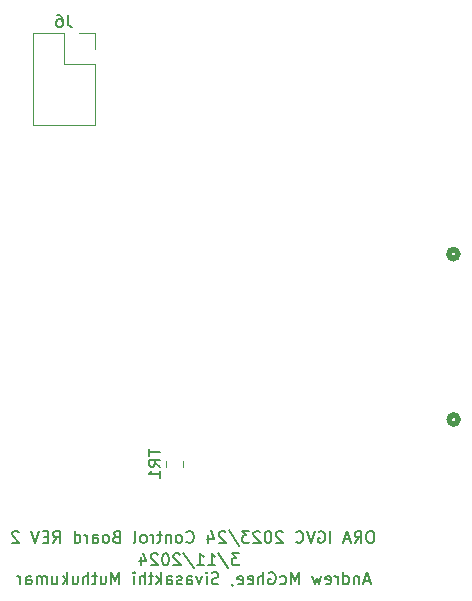
<source format=gbr>
%TF.GenerationSoftware,KiCad,Pcbnew,8.0.0*%
%TF.CreationDate,2024-03-12T01:14:06-04:00*%
%TF.ProjectId,ORA_ControlBoard-main_Rev2,4f52415f-436f-46e7-9472-6f6c426f6172,rev?*%
%TF.SameCoordinates,Original*%
%TF.FileFunction,Legend,Bot*%
%TF.FilePolarity,Positive*%
%FSLAX46Y46*%
G04 Gerber Fmt 4.6, Leading zero omitted, Abs format (unit mm)*
G04 Created by KiCad (PCBNEW 8.0.0) date 2024-03-12 01:14:06*
%MOMM*%
%LPD*%
G01*
G04 APERTURE LIST*
%ADD10C,0.150000*%
%ADD11C,0.508000*%
%ADD12C,0.120000*%
G04 APERTURE END LIST*
D10*
X178472744Y-94469819D02*
X178282268Y-94469819D01*
X178282268Y-94469819D02*
X178187030Y-94517438D01*
X178187030Y-94517438D02*
X178091792Y-94612676D01*
X178091792Y-94612676D02*
X178044173Y-94803152D01*
X178044173Y-94803152D02*
X178044173Y-95136485D01*
X178044173Y-95136485D02*
X178091792Y-95326961D01*
X178091792Y-95326961D02*
X178187030Y-95422200D01*
X178187030Y-95422200D02*
X178282268Y-95469819D01*
X178282268Y-95469819D02*
X178472744Y-95469819D01*
X178472744Y-95469819D02*
X178567982Y-95422200D01*
X178567982Y-95422200D02*
X178663220Y-95326961D01*
X178663220Y-95326961D02*
X178710839Y-95136485D01*
X178710839Y-95136485D02*
X178710839Y-94803152D01*
X178710839Y-94803152D02*
X178663220Y-94612676D01*
X178663220Y-94612676D02*
X178567982Y-94517438D01*
X178567982Y-94517438D02*
X178472744Y-94469819D01*
X177044173Y-95469819D02*
X177377506Y-94993628D01*
X177615601Y-95469819D02*
X177615601Y-94469819D01*
X177615601Y-94469819D02*
X177234649Y-94469819D01*
X177234649Y-94469819D02*
X177139411Y-94517438D01*
X177139411Y-94517438D02*
X177091792Y-94565057D01*
X177091792Y-94565057D02*
X177044173Y-94660295D01*
X177044173Y-94660295D02*
X177044173Y-94803152D01*
X177044173Y-94803152D02*
X177091792Y-94898390D01*
X177091792Y-94898390D02*
X177139411Y-94946009D01*
X177139411Y-94946009D02*
X177234649Y-94993628D01*
X177234649Y-94993628D02*
X177615601Y-94993628D01*
X176663220Y-95184104D02*
X176187030Y-95184104D01*
X176758458Y-95469819D02*
X176425125Y-94469819D01*
X176425125Y-94469819D02*
X176091792Y-95469819D01*
X174996553Y-95469819D02*
X174996553Y-94469819D01*
X173996554Y-94517438D02*
X174091792Y-94469819D01*
X174091792Y-94469819D02*
X174234649Y-94469819D01*
X174234649Y-94469819D02*
X174377506Y-94517438D01*
X174377506Y-94517438D02*
X174472744Y-94612676D01*
X174472744Y-94612676D02*
X174520363Y-94707914D01*
X174520363Y-94707914D02*
X174567982Y-94898390D01*
X174567982Y-94898390D02*
X174567982Y-95041247D01*
X174567982Y-95041247D02*
X174520363Y-95231723D01*
X174520363Y-95231723D02*
X174472744Y-95326961D01*
X174472744Y-95326961D02*
X174377506Y-95422200D01*
X174377506Y-95422200D02*
X174234649Y-95469819D01*
X174234649Y-95469819D02*
X174139411Y-95469819D01*
X174139411Y-95469819D02*
X173996554Y-95422200D01*
X173996554Y-95422200D02*
X173948935Y-95374580D01*
X173948935Y-95374580D02*
X173948935Y-95041247D01*
X173948935Y-95041247D02*
X174139411Y-95041247D01*
X173663220Y-94469819D02*
X173329887Y-95469819D01*
X173329887Y-95469819D02*
X172996554Y-94469819D01*
X172091792Y-95374580D02*
X172139411Y-95422200D01*
X172139411Y-95422200D02*
X172282268Y-95469819D01*
X172282268Y-95469819D02*
X172377506Y-95469819D01*
X172377506Y-95469819D02*
X172520363Y-95422200D01*
X172520363Y-95422200D02*
X172615601Y-95326961D01*
X172615601Y-95326961D02*
X172663220Y-95231723D01*
X172663220Y-95231723D02*
X172710839Y-95041247D01*
X172710839Y-95041247D02*
X172710839Y-94898390D01*
X172710839Y-94898390D02*
X172663220Y-94707914D01*
X172663220Y-94707914D02*
X172615601Y-94612676D01*
X172615601Y-94612676D02*
X172520363Y-94517438D01*
X172520363Y-94517438D02*
X172377506Y-94469819D01*
X172377506Y-94469819D02*
X172282268Y-94469819D01*
X172282268Y-94469819D02*
X172139411Y-94517438D01*
X172139411Y-94517438D02*
X172091792Y-94565057D01*
X170948934Y-94565057D02*
X170901315Y-94517438D01*
X170901315Y-94517438D02*
X170806077Y-94469819D01*
X170806077Y-94469819D02*
X170567982Y-94469819D01*
X170567982Y-94469819D02*
X170472744Y-94517438D01*
X170472744Y-94517438D02*
X170425125Y-94565057D01*
X170425125Y-94565057D02*
X170377506Y-94660295D01*
X170377506Y-94660295D02*
X170377506Y-94755533D01*
X170377506Y-94755533D02*
X170425125Y-94898390D01*
X170425125Y-94898390D02*
X170996553Y-95469819D01*
X170996553Y-95469819D02*
X170377506Y-95469819D01*
X169758458Y-94469819D02*
X169663220Y-94469819D01*
X169663220Y-94469819D02*
X169567982Y-94517438D01*
X169567982Y-94517438D02*
X169520363Y-94565057D01*
X169520363Y-94565057D02*
X169472744Y-94660295D01*
X169472744Y-94660295D02*
X169425125Y-94850771D01*
X169425125Y-94850771D02*
X169425125Y-95088866D01*
X169425125Y-95088866D02*
X169472744Y-95279342D01*
X169472744Y-95279342D02*
X169520363Y-95374580D01*
X169520363Y-95374580D02*
X169567982Y-95422200D01*
X169567982Y-95422200D02*
X169663220Y-95469819D01*
X169663220Y-95469819D02*
X169758458Y-95469819D01*
X169758458Y-95469819D02*
X169853696Y-95422200D01*
X169853696Y-95422200D02*
X169901315Y-95374580D01*
X169901315Y-95374580D02*
X169948934Y-95279342D01*
X169948934Y-95279342D02*
X169996553Y-95088866D01*
X169996553Y-95088866D02*
X169996553Y-94850771D01*
X169996553Y-94850771D02*
X169948934Y-94660295D01*
X169948934Y-94660295D02*
X169901315Y-94565057D01*
X169901315Y-94565057D02*
X169853696Y-94517438D01*
X169853696Y-94517438D02*
X169758458Y-94469819D01*
X169044172Y-94565057D02*
X168996553Y-94517438D01*
X168996553Y-94517438D02*
X168901315Y-94469819D01*
X168901315Y-94469819D02*
X168663220Y-94469819D01*
X168663220Y-94469819D02*
X168567982Y-94517438D01*
X168567982Y-94517438D02*
X168520363Y-94565057D01*
X168520363Y-94565057D02*
X168472744Y-94660295D01*
X168472744Y-94660295D02*
X168472744Y-94755533D01*
X168472744Y-94755533D02*
X168520363Y-94898390D01*
X168520363Y-94898390D02*
X169091791Y-95469819D01*
X169091791Y-95469819D02*
X168472744Y-95469819D01*
X168139410Y-94469819D02*
X167520363Y-94469819D01*
X167520363Y-94469819D02*
X167853696Y-94850771D01*
X167853696Y-94850771D02*
X167710839Y-94850771D01*
X167710839Y-94850771D02*
X167615601Y-94898390D01*
X167615601Y-94898390D02*
X167567982Y-94946009D01*
X167567982Y-94946009D02*
X167520363Y-95041247D01*
X167520363Y-95041247D02*
X167520363Y-95279342D01*
X167520363Y-95279342D02*
X167567982Y-95374580D01*
X167567982Y-95374580D02*
X167615601Y-95422200D01*
X167615601Y-95422200D02*
X167710839Y-95469819D01*
X167710839Y-95469819D02*
X167996553Y-95469819D01*
X167996553Y-95469819D02*
X168091791Y-95422200D01*
X168091791Y-95422200D02*
X168139410Y-95374580D01*
X166377506Y-94422200D02*
X167234648Y-95707914D01*
X166091791Y-94565057D02*
X166044172Y-94517438D01*
X166044172Y-94517438D02*
X165948934Y-94469819D01*
X165948934Y-94469819D02*
X165710839Y-94469819D01*
X165710839Y-94469819D02*
X165615601Y-94517438D01*
X165615601Y-94517438D02*
X165567982Y-94565057D01*
X165567982Y-94565057D02*
X165520363Y-94660295D01*
X165520363Y-94660295D02*
X165520363Y-94755533D01*
X165520363Y-94755533D02*
X165567982Y-94898390D01*
X165567982Y-94898390D02*
X166139410Y-95469819D01*
X166139410Y-95469819D02*
X165520363Y-95469819D01*
X164663220Y-94803152D02*
X164663220Y-95469819D01*
X164901315Y-94422200D02*
X165139410Y-95136485D01*
X165139410Y-95136485D02*
X164520363Y-95136485D01*
X162806077Y-95374580D02*
X162853696Y-95422200D01*
X162853696Y-95422200D02*
X162996553Y-95469819D01*
X162996553Y-95469819D02*
X163091791Y-95469819D01*
X163091791Y-95469819D02*
X163234648Y-95422200D01*
X163234648Y-95422200D02*
X163329886Y-95326961D01*
X163329886Y-95326961D02*
X163377505Y-95231723D01*
X163377505Y-95231723D02*
X163425124Y-95041247D01*
X163425124Y-95041247D02*
X163425124Y-94898390D01*
X163425124Y-94898390D02*
X163377505Y-94707914D01*
X163377505Y-94707914D02*
X163329886Y-94612676D01*
X163329886Y-94612676D02*
X163234648Y-94517438D01*
X163234648Y-94517438D02*
X163091791Y-94469819D01*
X163091791Y-94469819D02*
X162996553Y-94469819D01*
X162996553Y-94469819D02*
X162853696Y-94517438D01*
X162853696Y-94517438D02*
X162806077Y-94565057D01*
X162234648Y-95469819D02*
X162329886Y-95422200D01*
X162329886Y-95422200D02*
X162377505Y-95374580D01*
X162377505Y-95374580D02*
X162425124Y-95279342D01*
X162425124Y-95279342D02*
X162425124Y-94993628D01*
X162425124Y-94993628D02*
X162377505Y-94898390D01*
X162377505Y-94898390D02*
X162329886Y-94850771D01*
X162329886Y-94850771D02*
X162234648Y-94803152D01*
X162234648Y-94803152D02*
X162091791Y-94803152D01*
X162091791Y-94803152D02*
X161996553Y-94850771D01*
X161996553Y-94850771D02*
X161948934Y-94898390D01*
X161948934Y-94898390D02*
X161901315Y-94993628D01*
X161901315Y-94993628D02*
X161901315Y-95279342D01*
X161901315Y-95279342D02*
X161948934Y-95374580D01*
X161948934Y-95374580D02*
X161996553Y-95422200D01*
X161996553Y-95422200D02*
X162091791Y-95469819D01*
X162091791Y-95469819D02*
X162234648Y-95469819D01*
X161472743Y-94803152D02*
X161472743Y-95469819D01*
X161472743Y-94898390D02*
X161425124Y-94850771D01*
X161425124Y-94850771D02*
X161329886Y-94803152D01*
X161329886Y-94803152D02*
X161187029Y-94803152D01*
X161187029Y-94803152D02*
X161091791Y-94850771D01*
X161091791Y-94850771D02*
X161044172Y-94946009D01*
X161044172Y-94946009D02*
X161044172Y-95469819D01*
X160710838Y-94803152D02*
X160329886Y-94803152D01*
X160567981Y-94469819D02*
X160567981Y-95326961D01*
X160567981Y-95326961D02*
X160520362Y-95422200D01*
X160520362Y-95422200D02*
X160425124Y-95469819D01*
X160425124Y-95469819D02*
X160329886Y-95469819D01*
X159996552Y-95469819D02*
X159996552Y-94803152D01*
X159996552Y-94993628D02*
X159948933Y-94898390D01*
X159948933Y-94898390D02*
X159901314Y-94850771D01*
X159901314Y-94850771D02*
X159806076Y-94803152D01*
X159806076Y-94803152D02*
X159710838Y-94803152D01*
X159234647Y-95469819D02*
X159329885Y-95422200D01*
X159329885Y-95422200D02*
X159377504Y-95374580D01*
X159377504Y-95374580D02*
X159425123Y-95279342D01*
X159425123Y-95279342D02*
X159425123Y-94993628D01*
X159425123Y-94993628D02*
X159377504Y-94898390D01*
X159377504Y-94898390D02*
X159329885Y-94850771D01*
X159329885Y-94850771D02*
X159234647Y-94803152D01*
X159234647Y-94803152D02*
X159091790Y-94803152D01*
X159091790Y-94803152D02*
X158996552Y-94850771D01*
X158996552Y-94850771D02*
X158948933Y-94898390D01*
X158948933Y-94898390D02*
X158901314Y-94993628D01*
X158901314Y-94993628D02*
X158901314Y-95279342D01*
X158901314Y-95279342D02*
X158948933Y-95374580D01*
X158948933Y-95374580D02*
X158996552Y-95422200D01*
X158996552Y-95422200D02*
X159091790Y-95469819D01*
X159091790Y-95469819D02*
X159234647Y-95469819D01*
X158329885Y-95469819D02*
X158425123Y-95422200D01*
X158425123Y-95422200D02*
X158472742Y-95326961D01*
X158472742Y-95326961D02*
X158472742Y-94469819D01*
X156853694Y-94946009D02*
X156710837Y-94993628D01*
X156710837Y-94993628D02*
X156663218Y-95041247D01*
X156663218Y-95041247D02*
X156615599Y-95136485D01*
X156615599Y-95136485D02*
X156615599Y-95279342D01*
X156615599Y-95279342D02*
X156663218Y-95374580D01*
X156663218Y-95374580D02*
X156710837Y-95422200D01*
X156710837Y-95422200D02*
X156806075Y-95469819D01*
X156806075Y-95469819D02*
X157187027Y-95469819D01*
X157187027Y-95469819D02*
X157187027Y-94469819D01*
X157187027Y-94469819D02*
X156853694Y-94469819D01*
X156853694Y-94469819D02*
X156758456Y-94517438D01*
X156758456Y-94517438D02*
X156710837Y-94565057D01*
X156710837Y-94565057D02*
X156663218Y-94660295D01*
X156663218Y-94660295D02*
X156663218Y-94755533D01*
X156663218Y-94755533D02*
X156710837Y-94850771D01*
X156710837Y-94850771D02*
X156758456Y-94898390D01*
X156758456Y-94898390D02*
X156853694Y-94946009D01*
X156853694Y-94946009D02*
X157187027Y-94946009D01*
X156044170Y-95469819D02*
X156139408Y-95422200D01*
X156139408Y-95422200D02*
X156187027Y-95374580D01*
X156187027Y-95374580D02*
X156234646Y-95279342D01*
X156234646Y-95279342D02*
X156234646Y-94993628D01*
X156234646Y-94993628D02*
X156187027Y-94898390D01*
X156187027Y-94898390D02*
X156139408Y-94850771D01*
X156139408Y-94850771D02*
X156044170Y-94803152D01*
X156044170Y-94803152D02*
X155901313Y-94803152D01*
X155901313Y-94803152D02*
X155806075Y-94850771D01*
X155806075Y-94850771D02*
X155758456Y-94898390D01*
X155758456Y-94898390D02*
X155710837Y-94993628D01*
X155710837Y-94993628D02*
X155710837Y-95279342D01*
X155710837Y-95279342D02*
X155758456Y-95374580D01*
X155758456Y-95374580D02*
X155806075Y-95422200D01*
X155806075Y-95422200D02*
X155901313Y-95469819D01*
X155901313Y-95469819D02*
X156044170Y-95469819D01*
X154853694Y-95469819D02*
X154853694Y-94946009D01*
X154853694Y-94946009D02*
X154901313Y-94850771D01*
X154901313Y-94850771D02*
X154996551Y-94803152D01*
X154996551Y-94803152D02*
X155187027Y-94803152D01*
X155187027Y-94803152D02*
X155282265Y-94850771D01*
X154853694Y-95422200D02*
X154948932Y-95469819D01*
X154948932Y-95469819D02*
X155187027Y-95469819D01*
X155187027Y-95469819D02*
X155282265Y-95422200D01*
X155282265Y-95422200D02*
X155329884Y-95326961D01*
X155329884Y-95326961D02*
X155329884Y-95231723D01*
X155329884Y-95231723D02*
X155282265Y-95136485D01*
X155282265Y-95136485D02*
X155187027Y-95088866D01*
X155187027Y-95088866D02*
X154948932Y-95088866D01*
X154948932Y-95088866D02*
X154853694Y-95041247D01*
X154377503Y-95469819D02*
X154377503Y-94803152D01*
X154377503Y-94993628D02*
X154329884Y-94898390D01*
X154329884Y-94898390D02*
X154282265Y-94850771D01*
X154282265Y-94850771D02*
X154187027Y-94803152D01*
X154187027Y-94803152D02*
X154091789Y-94803152D01*
X153329884Y-95469819D02*
X153329884Y-94469819D01*
X153329884Y-95422200D02*
X153425122Y-95469819D01*
X153425122Y-95469819D02*
X153615598Y-95469819D01*
X153615598Y-95469819D02*
X153710836Y-95422200D01*
X153710836Y-95422200D02*
X153758455Y-95374580D01*
X153758455Y-95374580D02*
X153806074Y-95279342D01*
X153806074Y-95279342D02*
X153806074Y-94993628D01*
X153806074Y-94993628D02*
X153758455Y-94898390D01*
X153758455Y-94898390D02*
X153710836Y-94850771D01*
X153710836Y-94850771D02*
X153615598Y-94803152D01*
X153615598Y-94803152D02*
X153425122Y-94803152D01*
X153425122Y-94803152D02*
X153329884Y-94850771D01*
X151520360Y-95469819D02*
X151853693Y-94993628D01*
X152091788Y-95469819D02*
X152091788Y-94469819D01*
X152091788Y-94469819D02*
X151710836Y-94469819D01*
X151710836Y-94469819D02*
X151615598Y-94517438D01*
X151615598Y-94517438D02*
X151567979Y-94565057D01*
X151567979Y-94565057D02*
X151520360Y-94660295D01*
X151520360Y-94660295D02*
X151520360Y-94803152D01*
X151520360Y-94803152D02*
X151567979Y-94898390D01*
X151567979Y-94898390D02*
X151615598Y-94946009D01*
X151615598Y-94946009D02*
X151710836Y-94993628D01*
X151710836Y-94993628D02*
X152091788Y-94993628D01*
X151091788Y-94946009D02*
X150758455Y-94946009D01*
X150615598Y-95469819D02*
X151091788Y-95469819D01*
X151091788Y-95469819D02*
X151091788Y-94469819D01*
X151091788Y-94469819D02*
X150615598Y-94469819D01*
X150329883Y-94469819D02*
X149996550Y-95469819D01*
X149996550Y-95469819D02*
X149663217Y-94469819D01*
X148615597Y-94565057D02*
X148567978Y-94517438D01*
X148567978Y-94517438D02*
X148472740Y-94469819D01*
X148472740Y-94469819D02*
X148234645Y-94469819D01*
X148234645Y-94469819D02*
X148139407Y-94517438D01*
X148139407Y-94517438D02*
X148091788Y-94565057D01*
X148091788Y-94565057D02*
X148044169Y-94660295D01*
X148044169Y-94660295D02*
X148044169Y-94755533D01*
X148044169Y-94755533D02*
X148091788Y-94898390D01*
X148091788Y-94898390D02*
X148663216Y-95469819D01*
X148663216Y-95469819D02*
X148044169Y-95469819D01*
X178310839Y-98684104D02*
X177834649Y-98684104D01*
X178406077Y-98969819D02*
X178072744Y-97969819D01*
X178072744Y-97969819D02*
X177739411Y-98969819D01*
X177406077Y-98303152D02*
X177406077Y-98969819D01*
X177406077Y-98398390D02*
X177358458Y-98350771D01*
X177358458Y-98350771D02*
X177263220Y-98303152D01*
X177263220Y-98303152D02*
X177120363Y-98303152D01*
X177120363Y-98303152D02*
X177025125Y-98350771D01*
X177025125Y-98350771D02*
X176977506Y-98446009D01*
X176977506Y-98446009D02*
X176977506Y-98969819D01*
X176072744Y-98969819D02*
X176072744Y-97969819D01*
X176072744Y-98922200D02*
X176167982Y-98969819D01*
X176167982Y-98969819D02*
X176358458Y-98969819D01*
X176358458Y-98969819D02*
X176453696Y-98922200D01*
X176453696Y-98922200D02*
X176501315Y-98874580D01*
X176501315Y-98874580D02*
X176548934Y-98779342D01*
X176548934Y-98779342D02*
X176548934Y-98493628D01*
X176548934Y-98493628D02*
X176501315Y-98398390D01*
X176501315Y-98398390D02*
X176453696Y-98350771D01*
X176453696Y-98350771D02*
X176358458Y-98303152D01*
X176358458Y-98303152D02*
X176167982Y-98303152D01*
X176167982Y-98303152D02*
X176072744Y-98350771D01*
X175596553Y-98969819D02*
X175596553Y-98303152D01*
X175596553Y-98493628D02*
X175548934Y-98398390D01*
X175548934Y-98398390D02*
X175501315Y-98350771D01*
X175501315Y-98350771D02*
X175406077Y-98303152D01*
X175406077Y-98303152D02*
X175310839Y-98303152D01*
X174596553Y-98922200D02*
X174691791Y-98969819D01*
X174691791Y-98969819D02*
X174882267Y-98969819D01*
X174882267Y-98969819D02*
X174977505Y-98922200D01*
X174977505Y-98922200D02*
X175025124Y-98826961D01*
X175025124Y-98826961D02*
X175025124Y-98446009D01*
X175025124Y-98446009D02*
X174977505Y-98350771D01*
X174977505Y-98350771D02*
X174882267Y-98303152D01*
X174882267Y-98303152D02*
X174691791Y-98303152D01*
X174691791Y-98303152D02*
X174596553Y-98350771D01*
X174596553Y-98350771D02*
X174548934Y-98446009D01*
X174548934Y-98446009D02*
X174548934Y-98541247D01*
X174548934Y-98541247D02*
X175025124Y-98636485D01*
X174215600Y-98303152D02*
X174025124Y-98969819D01*
X174025124Y-98969819D02*
X173834648Y-98493628D01*
X173834648Y-98493628D02*
X173644172Y-98969819D01*
X173644172Y-98969819D02*
X173453696Y-98303152D01*
X172310838Y-98969819D02*
X172310838Y-97969819D01*
X172310838Y-97969819D02*
X171977505Y-98684104D01*
X171977505Y-98684104D02*
X171644172Y-97969819D01*
X171644172Y-97969819D02*
X171644172Y-98969819D01*
X170739410Y-98922200D02*
X170834648Y-98969819D01*
X170834648Y-98969819D02*
X171025124Y-98969819D01*
X171025124Y-98969819D02*
X171120362Y-98922200D01*
X171120362Y-98922200D02*
X171167981Y-98874580D01*
X171167981Y-98874580D02*
X171215600Y-98779342D01*
X171215600Y-98779342D02*
X171215600Y-98493628D01*
X171215600Y-98493628D02*
X171167981Y-98398390D01*
X171167981Y-98398390D02*
X171120362Y-98350771D01*
X171120362Y-98350771D02*
X171025124Y-98303152D01*
X171025124Y-98303152D02*
X170834648Y-98303152D01*
X170834648Y-98303152D02*
X170739410Y-98350771D01*
X169787029Y-98017438D02*
X169882267Y-97969819D01*
X169882267Y-97969819D02*
X170025124Y-97969819D01*
X170025124Y-97969819D02*
X170167981Y-98017438D01*
X170167981Y-98017438D02*
X170263219Y-98112676D01*
X170263219Y-98112676D02*
X170310838Y-98207914D01*
X170310838Y-98207914D02*
X170358457Y-98398390D01*
X170358457Y-98398390D02*
X170358457Y-98541247D01*
X170358457Y-98541247D02*
X170310838Y-98731723D01*
X170310838Y-98731723D02*
X170263219Y-98826961D01*
X170263219Y-98826961D02*
X170167981Y-98922200D01*
X170167981Y-98922200D02*
X170025124Y-98969819D01*
X170025124Y-98969819D02*
X169929886Y-98969819D01*
X169929886Y-98969819D02*
X169787029Y-98922200D01*
X169787029Y-98922200D02*
X169739410Y-98874580D01*
X169739410Y-98874580D02*
X169739410Y-98541247D01*
X169739410Y-98541247D02*
X169929886Y-98541247D01*
X169310838Y-98969819D02*
X169310838Y-97969819D01*
X168882267Y-98969819D02*
X168882267Y-98446009D01*
X168882267Y-98446009D02*
X168929886Y-98350771D01*
X168929886Y-98350771D02*
X169025124Y-98303152D01*
X169025124Y-98303152D02*
X169167981Y-98303152D01*
X169167981Y-98303152D02*
X169263219Y-98350771D01*
X169263219Y-98350771D02*
X169310838Y-98398390D01*
X168025124Y-98922200D02*
X168120362Y-98969819D01*
X168120362Y-98969819D02*
X168310838Y-98969819D01*
X168310838Y-98969819D02*
X168406076Y-98922200D01*
X168406076Y-98922200D02*
X168453695Y-98826961D01*
X168453695Y-98826961D02*
X168453695Y-98446009D01*
X168453695Y-98446009D02*
X168406076Y-98350771D01*
X168406076Y-98350771D02*
X168310838Y-98303152D01*
X168310838Y-98303152D02*
X168120362Y-98303152D01*
X168120362Y-98303152D02*
X168025124Y-98350771D01*
X168025124Y-98350771D02*
X167977505Y-98446009D01*
X167977505Y-98446009D02*
X167977505Y-98541247D01*
X167977505Y-98541247D02*
X168453695Y-98636485D01*
X167167981Y-98922200D02*
X167263219Y-98969819D01*
X167263219Y-98969819D02*
X167453695Y-98969819D01*
X167453695Y-98969819D02*
X167548933Y-98922200D01*
X167548933Y-98922200D02*
X167596552Y-98826961D01*
X167596552Y-98826961D02*
X167596552Y-98446009D01*
X167596552Y-98446009D02*
X167548933Y-98350771D01*
X167548933Y-98350771D02*
X167453695Y-98303152D01*
X167453695Y-98303152D02*
X167263219Y-98303152D01*
X167263219Y-98303152D02*
X167167981Y-98350771D01*
X167167981Y-98350771D02*
X167120362Y-98446009D01*
X167120362Y-98446009D02*
X167120362Y-98541247D01*
X167120362Y-98541247D02*
X167596552Y-98636485D01*
X166644171Y-98922200D02*
X166644171Y-98969819D01*
X166644171Y-98969819D02*
X166691790Y-99065057D01*
X166691790Y-99065057D02*
X166739409Y-99112676D01*
X165501314Y-98922200D02*
X165358457Y-98969819D01*
X165358457Y-98969819D02*
X165120362Y-98969819D01*
X165120362Y-98969819D02*
X165025124Y-98922200D01*
X165025124Y-98922200D02*
X164977505Y-98874580D01*
X164977505Y-98874580D02*
X164929886Y-98779342D01*
X164929886Y-98779342D02*
X164929886Y-98684104D01*
X164929886Y-98684104D02*
X164977505Y-98588866D01*
X164977505Y-98588866D02*
X165025124Y-98541247D01*
X165025124Y-98541247D02*
X165120362Y-98493628D01*
X165120362Y-98493628D02*
X165310838Y-98446009D01*
X165310838Y-98446009D02*
X165406076Y-98398390D01*
X165406076Y-98398390D02*
X165453695Y-98350771D01*
X165453695Y-98350771D02*
X165501314Y-98255533D01*
X165501314Y-98255533D02*
X165501314Y-98160295D01*
X165501314Y-98160295D02*
X165453695Y-98065057D01*
X165453695Y-98065057D02*
X165406076Y-98017438D01*
X165406076Y-98017438D02*
X165310838Y-97969819D01*
X165310838Y-97969819D02*
X165072743Y-97969819D01*
X165072743Y-97969819D02*
X164929886Y-98017438D01*
X164501314Y-98969819D02*
X164501314Y-98303152D01*
X164501314Y-97969819D02*
X164548933Y-98017438D01*
X164548933Y-98017438D02*
X164501314Y-98065057D01*
X164501314Y-98065057D02*
X164453695Y-98017438D01*
X164453695Y-98017438D02*
X164501314Y-97969819D01*
X164501314Y-97969819D02*
X164501314Y-98065057D01*
X164120362Y-98303152D02*
X163882267Y-98969819D01*
X163882267Y-98969819D02*
X163644172Y-98303152D01*
X162834648Y-98969819D02*
X162834648Y-98446009D01*
X162834648Y-98446009D02*
X162882267Y-98350771D01*
X162882267Y-98350771D02*
X162977505Y-98303152D01*
X162977505Y-98303152D02*
X163167981Y-98303152D01*
X163167981Y-98303152D02*
X163263219Y-98350771D01*
X162834648Y-98922200D02*
X162929886Y-98969819D01*
X162929886Y-98969819D02*
X163167981Y-98969819D01*
X163167981Y-98969819D02*
X163263219Y-98922200D01*
X163263219Y-98922200D02*
X163310838Y-98826961D01*
X163310838Y-98826961D02*
X163310838Y-98731723D01*
X163310838Y-98731723D02*
X163263219Y-98636485D01*
X163263219Y-98636485D02*
X163167981Y-98588866D01*
X163167981Y-98588866D02*
X162929886Y-98588866D01*
X162929886Y-98588866D02*
X162834648Y-98541247D01*
X162406076Y-98922200D02*
X162310838Y-98969819D01*
X162310838Y-98969819D02*
X162120362Y-98969819D01*
X162120362Y-98969819D02*
X162025124Y-98922200D01*
X162025124Y-98922200D02*
X161977505Y-98826961D01*
X161977505Y-98826961D02*
X161977505Y-98779342D01*
X161977505Y-98779342D02*
X162025124Y-98684104D01*
X162025124Y-98684104D02*
X162120362Y-98636485D01*
X162120362Y-98636485D02*
X162263219Y-98636485D01*
X162263219Y-98636485D02*
X162358457Y-98588866D01*
X162358457Y-98588866D02*
X162406076Y-98493628D01*
X162406076Y-98493628D02*
X162406076Y-98446009D01*
X162406076Y-98446009D02*
X162358457Y-98350771D01*
X162358457Y-98350771D02*
X162263219Y-98303152D01*
X162263219Y-98303152D02*
X162120362Y-98303152D01*
X162120362Y-98303152D02*
X162025124Y-98350771D01*
X161120362Y-98969819D02*
X161120362Y-98446009D01*
X161120362Y-98446009D02*
X161167981Y-98350771D01*
X161167981Y-98350771D02*
X161263219Y-98303152D01*
X161263219Y-98303152D02*
X161453695Y-98303152D01*
X161453695Y-98303152D02*
X161548933Y-98350771D01*
X161120362Y-98922200D02*
X161215600Y-98969819D01*
X161215600Y-98969819D02*
X161453695Y-98969819D01*
X161453695Y-98969819D02*
X161548933Y-98922200D01*
X161548933Y-98922200D02*
X161596552Y-98826961D01*
X161596552Y-98826961D02*
X161596552Y-98731723D01*
X161596552Y-98731723D02*
X161548933Y-98636485D01*
X161548933Y-98636485D02*
X161453695Y-98588866D01*
X161453695Y-98588866D02*
X161215600Y-98588866D01*
X161215600Y-98588866D02*
X161120362Y-98541247D01*
X160644171Y-98969819D02*
X160644171Y-97969819D01*
X160548933Y-98588866D02*
X160263219Y-98969819D01*
X160263219Y-98303152D02*
X160644171Y-98684104D01*
X159977504Y-98303152D02*
X159596552Y-98303152D01*
X159834647Y-97969819D02*
X159834647Y-98826961D01*
X159834647Y-98826961D02*
X159787028Y-98922200D01*
X159787028Y-98922200D02*
X159691790Y-98969819D01*
X159691790Y-98969819D02*
X159596552Y-98969819D01*
X159263218Y-98969819D02*
X159263218Y-97969819D01*
X158834647Y-98969819D02*
X158834647Y-98446009D01*
X158834647Y-98446009D02*
X158882266Y-98350771D01*
X158882266Y-98350771D02*
X158977504Y-98303152D01*
X158977504Y-98303152D02*
X159120361Y-98303152D01*
X159120361Y-98303152D02*
X159215599Y-98350771D01*
X159215599Y-98350771D02*
X159263218Y-98398390D01*
X158358456Y-98969819D02*
X158358456Y-98303152D01*
X158358456Y-97969819D02*
X158406075Y-98017438D01*
X158406075Y-98017438D02*
X158358456Y-98065057D01*
X158358456Y-98065057D02*
X158310837Y-98017438D01*
X158310837Y-98017438D02*
X158358456Y-97969819D01*
X158358456Y-97969819D02*
X158358456Y-98065057D01*
X157120361Y-98969819D02*
X157120361Y-97969819D01*
X157120361Y-97969819D02*
X156787028Y-98684104D01*
X156787028Y-98684104D02*
X156453695Y-97969819D01*
X156453695Y-97969819D02*
X156453695Y-98969819D01*
X155548933Y-98303152D02*
X155548933Y-98969819D01*
X155977504Y-98303152D02*
X155977504Y-98826961D01*
X155977504Y-98826961D02*
X155929885Y-98922200D01*
X155929885Y-98922200D02*
X155834647Y-98969819D01*
X155834647Y-98969819D02*
X155691790Y-98969819D01*
X155691790Y-98969819D02*
X155596552Y-98922200D01*
X155596552Y-98922200D02*
X155548933Y-98874580D01*
X155215599Y-98303152D02*
X154834647Y-98303152D01*
X155072742Y-97969819D02*
X155072742Y-98826961D01*
X155072742Y-98826961D02*
X155025123Y-98922200D01*
X155025123Y-98922200D02*
X154929885Y-98969819D01*
X154929885Y-98969819D02*
X154834647Y-98969819D01*
X154501313Y-98969819D02*
X154501313Y-97969819D01*
X154072742Y-98969819D02*
X154072742Y-98446009D01*
X154072742Y-98446009D02*
X154120361Y-98350771D01*
X154120361Y-98350771D02*
X154215599Y-98303152D01*
X154215599Y-98303152D02*
X154358456Y-98303152D01*
X154358456Y-98303152D02*
X154453694Y-98350771D01*
X154453694Y-98350771D02*
X154501313Y-98398390D01*
X153167980Y-98303152D02*
X153167980Y-98969819D01*
X153596551Y-98303152D02*
X153596551Y-98826961D01*
X153596551Y-98826961D02*
X153548932Y-98922200D01*
X153548932Y-98922200D02*
X153453694Y-98969819D01*
X153453694Y-98969819D02*
X153310837Y-98969819D01*
X153310837Y-98969819D02*
X153215599Y-98922200D01*
X153215599Y-98922200D02*
X153167980Y-98874580D01*
X152691789Y-98969819D02*
X152691789Y-97969819D01*
X152596551Y-98588866D02*
X152310837Y-98969819D01*
X152310837Y-98303152D02*
X152691789Y-98684104D01*
X151453694Y-98303152D02*
X151453694Y-98969819D01*
X151882265Y-98303152D02*
X151882265Y-98826961D01*
X151882265Y-98826961D02*
X151834646Y-98922200D01*
X151834646Y-98922200D02*
X151739408Y-98969819D01*
X151739408Y-98969819D02*
X151596551Y-98969819D01*
X151596551Y-98969819D02*
X151501313Y-98922200D01*
X151501313Y-98922200D02*
X151453694Y-98874580D01*
X150977503Y-98969819D02*
X150977503Y-98303152D01*
X150977503Y-98398390D02*
X150929884Y-98350771D01*
X150929884Y-98350771D02*
X150834646Y-98303152D01*
X150834646Y-98303152D02*
X150691789Y-98303152D01*
X150691789Y-98303152D02*
X150596551Y-98350771D01*
X150596551Y-98350771D02*
X150548932Y-98446009D01*
X150548932Y-98446009D02*
X150548932Y-98969819D01*
X150548932Y-98446009D02*
X150501313Y-98350771D01*
X150501313Y-98350771D02*
X150406075Y-98303152D01*
X150406075Y-98303152D02*
X150263218Y-98303152D01*
X150263218Y-98303152D02*
X150167979Y-98350771D01*
X150167979Y-98350771D02*
X150120360Y-98446009D01*
X150120360Y-98446009D02*
X150120360Y-98969819D01*
X149215599Y-98969819D02*
X149215599Y-98446009D01*
X149215599Y-98446009D02*
X149263218Y-98350771D01*
X149263218Y-98350771D02*
X149358456Y-98303152D01*
X149358456Y-98303152D02*
X149548932Y-98303152D01*
X149548932Y-98303152D02*
X149644170Y-98350771D01*
X149215599Y-98922200D02*
X149310837Y-98969819D01*
X149310837Y-98969819D02*
X149548932Y-98969819D01*
X149548932Y-98969819D02*
X149644170Y-98922200D01*
X149644170Y-98922200D02*
X149691789Y-98826961D01*
X149691789Y-98826961D02*
X149691789Y-98731723D01*
X149691789Y-98731723D02*
X149644170Y-98636485D01*
X149644170Y-98636485D02*
X149548932Y-98588866D01*
X149548932Y-98588866D02*
X149310837Y-98588866D01*
X149310837Y-98588866D02*
X149215599Y-98541247D01*
X148739408Y-98969819D02*
X148739408Y-98303152D01*
X148739408Y-98493628D02*
X148691789Y-98398390D01*
X148691789Y-98398390D02*
X148644170Y-98350771D01*
X148644170Y-98350771D02*
X148548932Y-98303152D01*
X148548932Y-98303152D02*
X148453694Y-98303152D01*
X167258458Y-96369819D02*
X166639411Y-96369819D01*
X166639411Y-96369819D02*
X166972744Y-96750771D01*
X166972744Y-96750771D02*
X166829887Y-96750771D01*
X166829887Y-96750771D02*
X166734649Y-96798390D01*
X166734649Y-96798390D02*
X166687030Y-96846009D01*
X166687030Y-96846009D02*
X166639411Y-96941247D01*
X166639411Y-96941247D02*
X166639411Y-97179342D01*
X166639411Y-97179342D02*
X166687030Y-97274580D01*
X166687030Y-97274580D02*
X166734649Y-97322200D01*
X166734649Y-97322200D02*
X166829887Y-97369819D01*
X166829887Y-97369819D02*
X167115601Y-97369819D01*
X167115601Y-97369819D02*
X167210839Y-97322200D01*
X167210839Y-97322200D02*
X167258458Y-97274580D01*
X165496554Y-96322200D02*
X166353696Y-97607914D01*
X164639411Y-97369819D02*
X165210839Y-97369819D01*
X164925125Y-97369819D02*
X164925125Y-96369819D01*
X164925125Y-96369819D02*
X165020363Y-96512676D01*
X165020363Y-96512676D02*
X165115601Y-96607914D01*
X165115601Y-96607914D02*
X165210839Y-96655533D01*
X163687030Y-97369819D02*
X164258458Y-97369819D01*
X163972744Y-97369819D02*
X163972744Y-96369819D01*
X163972744Y-96369819D02*
X164067982Y-96512676D01*
X164067982Y-96512676D02*
X164163220Y-96607914D01*
X164163220Y-96607914D02*
X164258458Y-96655533D01*
X162544173Y-96322200D02*
X163401315Y-97607914D01*
X162258458Y-96465057D02*
X162210839Y-96417438D01*
X162210839Y-96417438D02*
X162115601Y-96369819D01*
X162115601Y-96369819D02*
X161877506Y-96369819D01*
X161877506Y-96369819D02*
X161782268Y-96417438D01*
X161782268Y-96417438D02*
X161734649Y-96465057D01*
X161734649Y-96465057D02*
X161687030Y-96560295D01*
X161687030Y-96560295D02*
X161687030Y-96655533D01*
X161687030Y-96655533D02*
X161734649Y-96798390D01*
X161734649Y-96798390D02*
X162306077Y-97369819D01*
X162306077Y-97369819D02*
X161687030Y-97369819D01*
X161067982Y-96369819D02*
X160972744Y-96369819D01*
X160972744Y-96369819D02*
X160877506Y-96417438D01*
X160877506Y-96417438D02*
X160829887Y-96465057D01*
X160829887Y-96465057D02*
X160782268Y-96560295D01*
X160782268Y-96560295D02*
X160734649Y-96750771D01*
X160734649Y-96750771D02*
X160734649Y-96988866D01*
X160734649Y-96988866D02*
X160782268Y-97179342D01*
X160782268Y-97179342D02*
X160829887Y-97274580D01*
X160829887Y-97274580D02*
X160877506Y-97322200D01*
X160877506Y-97322200D02*
X160972744Y-97369819D01*
X160972744Y-97369819D02*
X161067982Y-97369819D01*
X161067982Y-97369819D02*
X161163220Y-97322200D01*
X161163220Y-97322200D02*
X161210839Y-97274580D01*
X161210839Y-97274580D02*
X161258458Y-97179342D01*
X161258458Y-97179342D02*
X161306077Y-96988866D01*
X161306077Y-96988866D02*
X161306077Y-96750771D01*
X161306077Y-96750771D02*
X161258458Y-96560295D01*
X161258458Y-96560295D02*
X161210839Y-96465057D01*
X161210839Y-96465057D02*
X161163220Y-96417438D01*
X161163220Y-96417438D02*
X161067982Y-96369819D01*
X160353696Y-96465057D02*
X160306077Y-96417438D01*
X160306077Y-96417438D02*
X160210839Y-96369819D01*
X160210839Y-96369819D02*
X159972744Y-96369819D01*
X159972744Y-96369819D02*
X159877506Y-96417438D01*
X159877506Y-96417438D02*
X159829887Y-96465057D01*
X159829887Y-96465057D02*
X159782268Y-96560295D01*
X159782268Y-96560295D02*
X159782268Y-96655533D01*
X159782268Y-96655533D02*
X159829887Y-96798390D01*
X159829887Y-96798390D02*
X160401315Y-97369819D01*
X160401315Y-97369819D02*
X159782268Y-97369819D01*
X158925125Y-96703152D02*
X158925125Y-97369819D01*
X159163220Y-96322200D02*
X159401315Y-97036485D01*
X159401315Y-97036485D02*
X158782268Y-97036485D01*
X159604819Y-87538095D02*
X159604819Y-88109523D01*
X160604819Y-87823809D02*
X159604819Y-87823809D01*
X160604819Y-89014285D02*
X160128628Y-88680952D01*
X160604819Y-88442857D02*
X159604819Y-88442857D01*
X159604819Y-88442857D02*
X159604819Y-88823809D01*
X159604819Y-88823809D02*
X159652438Y-88919047D01*
X159652438Y-88919047D02*
X159700057Y-88966666D01*
X159700057Y-88966666D02*
X159795295Y-89014285D01*
X159795295Y-89014285D02*
X159938152Y-89014285D01*
X159938152Y-89014285D02*
X160033390Y-88966666D01*
X160033390Y-88966666D02*
X160081009Y-88919047D01*
X160081009Y-88919047D02*
X160128628Y-88823809D01*
X160128628Y-88823809D02*
X160128628Y-88442857D01*
X160604819Y-89966666D02*
X160604819Y-89395238D01*
X160604819Y-89680952D02*
X159604819Y-89680952D01*
X159604819Y-89680952D02*
X159747676Y-89585714D01*
X159747676Y-89585714D02*
X159842914Y-89490476D01*
X159842914Y-89490476D02*
X159890533Y-89395238D01*
X152763333Y-50784819D02*
X152763333Y-51499104D01*
X152763333Y-51499104D02*
X152810952Y-51641961D01*
X152810952Y-51641961D02*
X152906190Y-51737200D01*
X152906190Y-51737200D02*
X153049047Y-51784819D01*
X153049047Y-51784819D02*
X153144285Y-51784819D01*
X151858571Y-50784819D02*
X152049047Y-50784819D01*
X152049047Y-50784819D02*
X152144285Y-50832438D01*
X152144285Y-50832438D02*
X152191904Y-50880057D01*
X152191904Y-50880057D02*
X152287142Y-51022914D01*
X152287142Y-51022914D02*
X152334761Y-51213390D01*
X152334761Y-51213390D02*
X152334761Y-51594342D01*
X152334761Y-51594342D02*
X152287142Y-51689580D01*
X152287142Y-51689580D02*
X152239523Y-51737200D01*
X152239523Y-51737200D02*
X152144285Y-51784819D01*
X152144285Y-51784819D02*
X151953809Y-51784819D01*
X151953809Y-51784819D02*
X151858571Y-51737200D01*
X151858571Y-51737200D02*
X151810952Y-51689580D01*
X151810952Y-51689580D02*
X151763333Y-51594342D01*
X151763333Y-51594342D02*
X151763333Y-51356247D01*
X151763333Y-51356247D02*
X151810952Y-51261009D01*
X151810952Y-51261009D02*
X151858571Y-51213390D01*
X151858571Y-51213390D02*
X151953809Y-51165771D01*
X151953809Y-51165771D02*
X152144285Y-51165771D01*
X152144285Y-51165771D02*
X152239523Y-51213390D01*
X152239523Y-51213390D02*
X152287142Y-51261009D01*
X152287142Y-51261009D02*
X152334761Y-51356247D01*
D11*
%TO.C,J5*%
X185805300Y-85032500D02*
G75*
G02*
X185043300Y-85032500I-381000J0D01*
G01*
X185043300Y-85032500D02*
G75*
G02*
X185805300Y-85032500I381000J0D01*
G01*
%TO.C,J1*%
X185780999Y-71032500D02*
G75*
G02*
X185018999Y-71032500I-381000J0D01*
G01*
X185018999Y-71032500D02*
G75*
G02*
X185780999Y-71032500I381000J0D01*
G01*
D12*
%TO.C,TR1*%
X161065000Y-89027064D02*
X161065000Y-88572936D01*
X162535000Y-89027064D02*
X162535000Y-88572936D01*
%TO.C,J6*%
X149830000Y-52330000D02*
X152430000Y-52330000D01*
X149830000Y-60070000D02*
X149830000Y-52330000D01*
X149830000Y-60070000D02*
X155030000Y-60070000D01*
X152430000Y-52330000D02*
X152430000Y-54930000D01*
X152430000Y-54930000D02*
X155030000Y-54930000D01*
X153700000Y-52330000D02*
X155030000Y-52330000D01*
X155030000Y-52330000D02*
X155030000Y-53660000D01*
X155030000Y-60070000D02*
X155030000Y-54930000D01*
%TD*%
M02*

</source>
